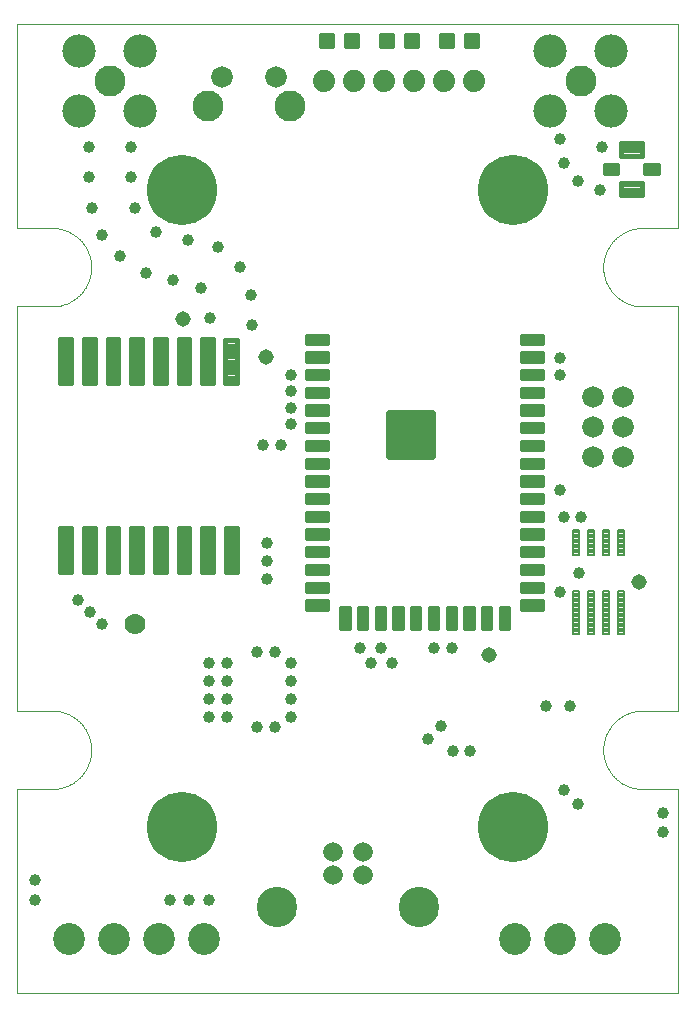
<source format=gts>
G75*
%MOIN*%
%OFA0B0*%
%FSLAX25Y25*%
%IPPOS*%
%LPD*%
%AMOC8*
5,1,8,0,0,1.08239X$1,22.5*
%
%ADD10C,0.00000*%
%ADD11C,0.23400*%
%ADD12C,0.13455*%
%ADD13C,0.06557*%
%ADD14C,0.01183*%
%ADD15C,0.01985*%
%ADD16C,0.00829*%
%ADD17C,0.10636*%
%ADD18C,0.10306*%
%ADD19C,0.11093*%
%ADD20C,0.01537*%
%ADD21C,0.01774*%
%ADD22C,0.07200*%
%ADD23C,0.10300*%
%ADD24C,0.07400*%
%ADD25C,0.01301*%
%ADD26C,0.01833*%
%ADD27R,0.15424X0.15424*%
%ADD28C,0.03969*%
%ADD29C,0.05150*%
%ADD30C,0.07000*%
D10*
X0001400Y0025558D02*
X0001400Y0093471D01*
X0013231Y0093471D01*
X0013549Y0093475D01*
X0013867Y0093487D01*
X0014185Y0093506D01*
X0014502Y0093533D01*
X0014819Y0093568D01*
X0015134Y0093610D01*
X0015448Y0093660D01*
X0015762Y0093718D01*
X0016073Y0093784D01*
X0016383Y0093857D01*
X0016691Y0093937D01*
X0016997Y0094025D01*
X0017300Y0094121D01*
X0017602Y0094223D01*
X0017900Y0094333D01*
X0018196Y0094451D01*
X0018489Y0094575D01*
X0018779Y0094707D01*
X0019066Y0094845D01*
X0019349Y0094991D01*
X0019628Y0095143D01*
X0019904Y0095303D01*
X0020176Y0095468D01*
X0020443Y0095641D01*
X0020706Y0095820D01*
X0020965Y0096005D01*
X0021220Y0096196D01*
X0021469Y0096394D01*
X0021714Y0096598D01*
X0021954Y0096807D01*
X0022188Y0097022D01*
X0022417Y0097243D01*
X0022641Y0097470D01*
X0022859Y0097702D01*
X0023071Y0097939D01*
X0023278Y0098181D01*
X0023479Y0098428D01*
X0023673Y0098680D01*
X0023862Y0098937D01*
X0024044Y0099198D01*
X0024219Y0099463D01*
X0024388Y0099733D01*
X0024551Y0100007D01*
X0024707Y0100284D01*
X0024856Y0100565D01*
X0024998Y0100850D01*
X0025133Y0101138D01*
X0025261Y0101430D01*
X0025382Y0101724D01*
X0025495Y0102022D01*
X0025602Y0102322D01*
X0025701Y0102624D01*
X0025793Y0102929D01*
X0025877Y0103236D01*
X0025954Y0103545D01*
X0026023Y0103856D01*
X0026085Y0104168D01*
X0026139Y0104482D01*
X0026185Y0104796D01*
X0026224Y0105112D01*
X0026255Y0105429D01*
X0026278Y0105747D01*
X0026293Y0106065D01*
X0026301Y0106383D01*
X0026301Y0106701D01*
X0026293Y0107019D01*
X0026278Y0107337D01*
X0026255Y0107655D01*
X0026224Y0107972D01*
X0026185Y0108288D01*
X0026139Y0108602D01*
X0026085Y0108916D01*
X0026023Y0109228D01*
X0025954Y0109539D01*
X0025877Y0109848D01*
X0025793Y0110155D01*
X0025701Y0110460D01*
X0025602Y0110762D01*
X0025495Y0111062D01*
X0025382Y0111360D01*
X0025261Y0111654D01*
X0025133Y0111946D01*
X0024998Y0112234D01*
X0024856Y0112519D01*
X0024707Y0112800D01*
X0024551Y0113078D01*
X0024388Y0113351D01*
X0024219Y0113621D01*
X0024044Y0113886D01*
X0023862Y0114147D01*
X0023673Y0114404D01*
X0023479Y0114656D01*
X0023278Y0114903D01*
X0023071Y0115145D01*
X0022859Y0115382D01*
X0022641Y0115614D01*
X0022417Y0115841D01*
X0022188Y0116062D01*
X0021954Y0116277D01*
X0021714Y0116486D01*
X0021469Y0116690D01*
X0021220Y0116888D01*
X0020965Y0117079D01*
X0020706Y0117264D01*
X0020443Y0117443D01*
X0020176Y0117616D01*
X0019904Y0117781D01*
X0019628Y0117941D01*
X0019349Y0118093D01*
X0019066Y0118239D01*
X0018779Y0118377D01*
X0018489Y0118509D01*
X0018196Y0118633D01*
X0017900Y0118751D01*
X0017602Y0118861D01*
X0017300Y0118963D01*
X0016997Y0119059D01*
X0016691Y0119147D01*
X0016383Y0119227D01*
X0016073Y0119300D01*
X0015762Y0119366D01*
X0015448Y0119424D01*
X0015134Y0119474D01*
X0014819Y0119516D01*
X0014502Y0119551D01*
X0014185Y0119578D01*
X0013867Y0119597D01*
X0013549Y0119609D01*
X0013231Y0119613D01*
X0001400Y0119613D01*
X0001400Y0254337D01*
X0013231Y0254337D01*
X0013549Y0254341D01*
X0013867Y0254353D01*
X0014185Y0254372D01*
X0014502Y0254399D01*
X0014819Y0254434D01*
X0015134Y0254476D01*
X0015448Y0254526D01*
X0015762Y0254584D01*
X0016073Y0254650D01*
X0016383Y0254723D01*
X0016691Y0254803D01*
X0016997Y0254891D01*
X0017300Y0254987D01*
X0017602Y0255089D01*
X0017900Y0255199D01*
X0018196Y0255317D01*
X0018489Y0255441D01*
X0018779Y0255573D01*
X0019066Y0255711D01*
X0019349Y0255857D01*
X0019628Y0256009D01*
X0019904Y0256169D01*
X0020176Y0256334D01*
X0020443Y0256507D01*
X0020706Y0256686D01*
X0020965Y0256871D01*
X0021220Y0257062D01*
X0021469Y0257260D01*
X0021714Y0257464D01*
X0021954Y0257673D01*
X0022188Y0257888D01*
X0022417Y0258109D01*
X0022641Y0258336D01*
X0022859Y0258568D01*
X0023071Y0258805D01*
X0023278Y0259047D01*
X0023479Y0259294D01*
X0023673Y0259546D01*
X0023862Y0259803D01*
X0024044Y0260064D01*
X0024219Y0260329D01*
X0024388Y0260599D01*
X0024551Y0260873D01*
X0024707Y0261150D01*
X0024856Y0261431D01*
X0024998Y0261716D01*
X0025133Y0262004D01*
X0025261Y0262296D01*
X0025382Y0262590D01*
X0025495Y0262888D01*
X0025602Y0263188D01*
X0025701Y0263490D01*
X0025793Y0263795D01*
X0025877Y0264102D01*
X0025954Y0264411D01*
X0026023Y0264722D01*
X0026085Y0265034D01*
X0026139Y0265348D01*
X0026185Y0265662D01*
X0026224Y0265978D01*
X0026255Y0266295D01*
X0026278Y0266613D01*
X0026293Y0266931D01*
X0026301Y0267249D01*
X0026301Y0267567D01*
X0026293Y0267885D01*
X0026278Y0268203D01*
X0026255Y0268521D01*
X0026224Y0268838D01*
X0026185Y0269154D01*
X0026139Y0269468D01*
X0026085Y0269782D01*
X0026023Y0270094D01*
X0025954Y0270405D01*
X0025877Y0270714D01*
X0025793Y0271021D01*
X0025701Y0271326D01*
X0025602Y0271628D01*
X0025495Y0271928D01*
X0025382Y0272226D01*
X0025261Y0272520D01*
X0025133Y0272812D01*
X0024998Y0273100D01*
X0024856Y0273385D01*
X0024707Y0273666D01*
X0024551Y0273944D01*
X0024388Y0274217D01*
X0024219Y0274487D01*
X0024044Y0274752D01*
X0023862Y0275013D01*
X0023673Y0275270D01*
X0023479Y0275522D01*
X0023278Y0275769D01*
X0023071Y0276011D01*
X0022859Y0276248D01*
X0022641Y0276480D01*
X0022417Y0276707D01*
X0022188Y0276928D01*
X0021954Y0277143D01*
X0021714Y0277352D01*
X0021469Y0277556D01*
X0021220Y0277754D01*
X0020965Y0277945D01*
X0020706Y0278130D01*
X0020443Y0278309D01*
X0020176Y0278482D01*
X0019904Y0278647D01*
X0019628Y0278807D01*
X0019349Y0278959D01*
X0019066Y0279105D01*
X0018779Y0279243D01*
X0018489Y0279375D01*
X0018196Y0279499D01*
X0017900Y0279617D01*
X0017602Y0279727D01*
X0017300Y0279829D01*
X0016997Y0279925D01*
X0016691Y0280013D01*
X0016383Y0280093D01*
X0016073Y0280166D01*
X0015762Y0280232D01*
X0015448Y0280290D01*
X0015134Y0280340D01*
X0014819Y0280382D01*
X0014502Y0280417D01*
X0014185Y0280444D01*
X0013867Y0280463D01*
X0013549Y0280475D01*
X0013231Y0280479D01*
X0001400Y0280479D01*
X0001400Y0348392D01*
X0221872Y0348392D01*
X0221872Y0280479D01*
X0210042Y0280479D01*
X0209724Y0280475D01*
X0209406Y0280463D01*
X0209088Y0280444D01*
X0208771Y0280417D01*
X0208454Y0280382D01*
X0208139Y0280340D01*
X0207825Y0280290D01*
X0207511Y0280232D01*
X0207200Y0280166D01*
X0206890Y0280093D01*
X0206582Y0280013D01*
X0206276Y0279925D01*
X0205973Y0279829D01*
X0205671Y0279727D01*
X0205373Y0279617D01*
X0205077Y0279499D01*
X0204784Y0279375D01*
X0204494Y0279243D01*
X0204207Y0279105D01*
X0203924Y0278959D01*
X0203645Y0278807D01*
X0203369Y0278647D01*
X0203097Y0278482D01*
X0202830Y0278309D01*
X0202567Y0278130D01*
X0202308Y0277945D01*
X0202053Y0277754D01*
X0201804Y0277556D01*
X0201559Y0277352D01*
X0201319Y0277143D01*
X0201085Y0276928D01*
X0200856Y0276707D01*
X0200632Y0276480D01*
X0200414Y0276248D01*
X0200202Y0276011D01*
X0199995Y0275769D01*
X0199794Y0275522D01*
X0199600Y0275270D01*
X0199411Y0275013D01*
X0199229Y0274752D01*
X0199054Y0274487D01*
X0198885Y0274217D01*
X0198722Y0273944D01*
X0198566Y0273666D01*
X0198417Y0273385D01*
X0198275Y0273100D01*
X0198140Y0272812D01*
X0198012Y0272520D01*
X0197891Y0272226D01*
X0197778Y0271928D01*
X0197671Y0271628D01*
X0197572Y0271326D01*
X0197480Y0271021D01*
X0197396Y0270714D01*
X0197319Y0270405D01*
X0197250Y0270094D01*
X0197188Y0269782D01*
X0197134Y0269468D01*
X0197088Y0269154D01*
X0197049Y0268838D01*
X0197018Y0268521D01*
X0196995Y0268203D01*
X0196980Y0267885D01*
X0196972Y0267567D01*
X0196972Y0267249D01*
X0196980Y0266931D01*
X0196995Y0266613D01*
X0197018Y0266295D01*
X0197049Y0265978D01*
X0197088Y0265662D01*
X0197134Y0265348D01*
X0197188Y0265034D01*
X0197250Y0264722D01*
X0197319Y0264411D01*
X0197396Y0264102D01*
X0197480Y0263795D01*
X0197572Y0263490D01*
X0197671Y0263188D01*
X0197778Y0262888D01*
X0197891Y0262590D01*
X0198012Y0262296D01*
X0198140Y0262004D01*
X0198275Y0261716D01*
X0198417Y0261431D01*
X0198566Y0261150D01*
X0198722Y0260872D01*
X0198885Y0260599D01*
X0199054Y0260329D01*
X0199229Y0260064D01*
X0199411Y0259803D01*
X0199600Y0259546D01*
X0199794Y0259294D01*
X0199995Y0259047D01*
X0200202Y0258805D01*
X0200414Y0258568D01*
X0200632Y0258336D01*
X0200856Y0258109D01*
X0201085Y0257888D01*
X0201319Y0257673D01*
X0201559Y0257464D01*
X0201804Y0257260D01*
X0202053Y0257062D01*
X0202308Y0256871D01*
X0202567Y0256686D01*
X0202830Y0256507D01*
X0203097Y0256334D01*
X0203369Y0256169D01*
X0203645Y0256009D01*
X0203924Y0255857D01*
X0204207Y0255711D01*
X0204494Y0255573D01*
X0204784Y0255441D01*
X0205077Y0255317D01*
X0205373Y0255199D01*
X0205671Y0255089D01*
X0205973Y0254987D01*
X0206276Y0254891D01*
X0206582Y0254803D01*
X0206890Y0254723D01*
X0207200Y0254650D01*
X0207511Y0254584D01*
X0207825Y0254526D01*
X0208139Y0254476D01*
X0208454Y0254434D01*
X0208771Y0254399D01*
X0209088Y0254372D01*
X0209406Y0254353D01*
X0209724Y0254341D01*
X0210042Y0254337D01*
X0221872Y0254337D01*
X0221872Y0119613D01*
X0210042Y0119613D01*
X0209724Y0119609D01*
X0209406Y0119597D01*
X0209088Y0119578D01*
X0208771Y0119551D01*
X0208454Y0119516D01*
X0208139Y0119474D01*
X0207825Y0119424D01*
X0207511Y0119366D01*
X0207200Y0119300D01*
X0206890Y0119227D01*
X0206582Y0119147D01*
X0206276Y0119059D01*
X0205973Y0118963D01*
X0205671Y0118861D01*
X0205373Y0118751D01*
X0205077Y0118633D01*
X0204784Y0118509D01*
X0204494Y0118377D01*
X0204207Y0118239D01*
X0203924Y0118093D01*
X0203645Y0117941D01*
X0203369Y0117781D01*
X0203097Y0117616D01*
X0202830Y0117443D01*
X0202567Y0117264D01*
X0202308Y0117079D01*
X0202053Y0116888D01*
X0201804Y0116690D01*
X0201559Y0116486D01*
X0201319Y0116277D01*
X0201085Y0116062D01*
X0200856Y0115841D01*
X0200632Y0115614D01*
X0200414Y0115382D01*
X0200202Y0115145D01*
X0199995Y0114903D01*
X0199794Y0114656D01*
X0199600Y0114404D01*
X0199411Y0114147D01*
X0199229Y0113886D01*
X0199054Y0113621D01*
X0198885Y0113351D01*
X0198722Y0113077D01*
X0198566Y0112800D01*
X0198417Y0112519D01*
X0198275Y0112234D01*
X0198140Y0111946D01*
X0198012Y0111654D01*
X0197891Y0111360D01*
X0197778Y0111062D01*
X0197671Y0110762D01*
X0197572Y0110460D01*
X0197480Y0110155D01*
X0197396Y0109848D01*
X0197319Y0109539D01*
X0197250Y0109228D01*
X0197188Y0108916D01*
X0197134Y0108602D01*
X0197088Y0108288D01*
X0197049Y0107972D01*
X0197018Y0107655D01*
X0196995Y0107337D01*
X0196980Y0107019D01*
X0196972Y0106701D01*
X0196972Y0106383D01*
X0196980Y0106065D01*
X0196995Y0105747D01*
X0197018Y0105429D01*
X0197049Y0105112D01*
X0197088Y0104796D01*
X0197134Y0104482D01*
X0197188Y0104168D01*
X0197250Y0103856D01*
X0197319Y0103545D01*
X0197396Y0103236D01*
X0197480Y0102929D01*
X0197572Y0102624D01*
X0197671Y0102322D01*
X0197778Y0102022D01*
X0197891Y0101724D01*
X0198012Y0101430D01*
X0198140Y0101138D01*
X0198275Y0100850D01*
X0198417Y0100565D01*
X0198566Y0100284D01*
X0198722Y0100006D01*
X0198885Y0099733D01*
X0199054Y0099463D01*
X0199229Y0099198D01*
X0199411Y0098937D01*
X0199600Y0098680D01*
X0199794Y0098428D01*
X0199995Y0098181D01*
X0200202Y0097939D01*
X0200414Y0097702D01*
X0200632Y0097470D01*
X0200856Y0097243D01*
X0201085Y0097022D01*
X0201319Y0096807D01*
X0201559Y0096598D01*
X0201804Y0096394D01*
X0202053Y0096196D01*
X0202308Y0096005D01*
X0202567Y0095820D01*
X0202830Y0095641D01*
X0203097Y0095468D01*
X0203369Y0095303D01*
X0203645Y0095143D01*
X0203924Y0094991D01*
X0204207Y0094845D01*
X0204494Y0094707D01*
X0204784Y0094575D01*
X0205077Y0094451D01*
X0205373Y0094333D01*
X0205671Y0094223D01*
X0205973Y0094121D01*
X0206276Y0094025D01*
X0206582Y0093937D01*
X0206890Y0093857D01*
X0207200Y0093784D01*
X0207511Y0093718D01*
X0207825Y0093660D01*
X0208139Y0093610D01*
X0208454Y0093568D01*
X0208771Y0093533D01*
X0209088Y0093506D01*
X0209406Y0093487D01*
X0209724Y0093475D01*
X0210042Y0093471D01*
X0221872Y0093471D01*
X0221872Y0025558D01*
X0001400Y0025558D01*
D11*
X0056518Y0080676D03*
X0166754Y0080676D03*
X0166754Y0293274D03*
X0056518Y0293274D03*
D12*
X0088199Y0054058D03*
X0135601Y0054058D03*
D13*
X0116821Y0064727D03*
X0116821Y0072601D03*
X0106979Y0072601D03*
X0106979Y0064727D03*
D14*
X0112390Y0146791D02*
X0112390Y0153883D01*
X0112390Y0146791D02*
X0109630Y0146791D01*
X0109630Y0153883D01*
X0112390Y0153883D01*
X0112390Y0147973D02*
X0109630Y0147973D01*
X0109630Y0149155D02*
X0112390Y0149155D01*
X0112390Y0150337D02*
X0109630Y0150337D01*
X0109630Y0151519D02*
X0112390Y0151519D01*
X0112390Y0152701D02*
X0109630Y0152701D01*
X0109630Y0153883D02*
X0112390Y0153883D01*
X0118296Y0153883D02*
X0118296Y0146791D01*
X0115536Y0146791D01*
X0115536Y0153883D01*
X0118296Y0153883D01*
X0118296Y0147973D02*
X0115536Y0147973D01*
X0115536Y0149155D02*
X0118296Y0149155D01*
X0118296Y0150337D02*
X0115536Y0150337D01*
X0115536Y0151519D02*
X0118296Y0151519D01*
X0118296Y0152701D02*
X0115536Y0152701D01*
X0115536Y0153883D02*
X0118296Y0153883D01*
X0124201Y0153883D02*
X0124201Y0146791D01*
X0121441Y0146791D01*
X0121441Y0153883D01*
X0124201Y0153883D01*
X0124201Y0147973D02*
X0121441Y0147973D01*
X0121441Y0149155D02*
X0124201Y0149155D01*
X0124201Y0150337D02*
X0121441Y0150337D01*
X0121441Y0151519D02*
X0124201Y0151519D01*
X0124201Y0152701D02*
X0121441Y0152701D01*
X0121441Y0153883D02*
X0124201Y0153883D01*
X0130107Y0153883D02*
X0130107Y0146791D01*
X0127347Y0146791D01*
X0127347Y0153883D01*
X0130107Y0153883D01*
X0130107Y0147973D02*
X0127347Y0147973D01*
X0127347Y0149155D02*
X0130107Y0149155D01*
X0130107Y0150337D02*
X0127347Y0150337D01*
X0127347Y0151519D02*
X0130107Y0151519D01*
X0130107Y0152701D02*
X0127347Y0152701D01*
X0127347Y0153883D02*
X0130107Y0153883D01*
X0136012Y0153883D02*
X0136012Y0146791D01*
X0133252Y0146791D01*
X0133252Y0153883D01*
X0136012Y0153883D01*
X0136012Y0147973D02*
X0133252Y0147973D01*
X0133252Y0149155D02*
X0136012Y0149155D01*
X0136012Y0150337D02*
X0133252Y0150337D01*
X0133252Y0151519D02*
X0136012Y0151519D01*
X0136012Y0152701D02*
X0133252Y0152701D01*
X0133252Y0153883D02*
X0136012Y0153883D01*
X0141918Y0153883D02*
X0141918Y0146791D01*
X0139158Y0146791D01*
X0139158Y0153883D01*
X0141918Y0153883D01*
X0141918Y0147973D02*
X0139158Y0147973D01*
X0139158Y0149155D02*
X0141918Y0149155D01*
X0141918Y0150337D02*
X0139158Y0150337D01*
X0139158Y0151519D02*
X0141918Y0151519D01*
X0141918Y0152701D02*
X0139158Y0152701D01*
X0139158Y0153883D02*
X0141918Y0153883D01*
X0147823Y0153883D02*
X0147823Y0146791D01*
X0145063Y0146791D01*
X0145063Y0153883D01*
X0147823Y0153883D01*
X0147823Y0147973D02*
X0145063Y0147973D01*
X0145063Y0149155D02*
X0147823Y0149155D01*
X0147823Y0150337D02*
X0145063Y0150337D01*
X0145063Y0151519D02*
X0147823Y0151519D01*
X0147823Y0152701D02*
X0145063Y0152701D01*
X0145063Y0153883D02*
X0147823Y0153883D01*
X0153729Y0153883D02*
X0153729Y0146791D01*
X0150969Y0146791D01*
X0150969Y0153883D01*
X0153729Y0153883D01*
X0153729Y0147973D02*
X0150969Y0147973D01*
X0150969Y0149155D02*
X0153729Y0149155D01*
X0153729Y0150337D02*
X0150969Y0150337D01*
X0150969Y0151519D02*
X0153729Y0151519D01*
X0153729Y0152701D02*
X0150969Y0152701D01*
X0150969Y0153883D02*
X0153729Y0153883D01*
X0159634Y0153883D02*
X0159634Y0146791D01*
X0156874Y0146791D01*
X0156874Y0153883D01*
X0159634Y0153883D01*
X0159634Y0147973D02*
X0156874Y0147973D01*
X0156874Y0149155D02*
X0159634Y0149155D01*
X0159634Y0150337D02*
X0156874Y0150337D01*
X0156874Y0151519D02*
X0159634Y0151519D01*
X0159634Y0152701D02*
X0156874Y0152701D01*
X0156874Y0153883D02*
X0159634Y0153883D01*
X0165540Y0153883D02*
X0165540Y0146791D01*
X0162780Y0146791D01*
X0162780Y0153883D01*
X0165540Y0153883D01*
X0165540Y0147973D02*
X0162780Y0147973D01*
X0162780Y0149155D02*
X0165540Y0149155D01*
X0165540Y0150337D02*
X0162780Y0150337D01*
X0162780Y0151519D02*
X0165540Y0151519D01*
X0165540Y0152701D02*
X0162780Y0152701D01*
X0162780Y0153883D02*
X0165540Y0153883D01*
X0169866Y0153288D02*
X0176958Y0153288D01*
X0169866Y0153288D02*
X0169866Y0156048D01*
X0176958Y0156048D01*
X0176958Y0153288D01*
X0176958Y0154470D02*
X0169866Y0154470D01*
X0169866Y0155652D02*
X0176958Y0155652D01*
X0176958Y0159193D02*
X0169866Y0159193D01*
X0169866Y0161953D01*
X0176958Y0161953D01*
X0176958Y0159193D01*
X0176958Y0160375D02*
X0169866Y0160375D01*
X0169866Y0161557D02*
X0176958Y0161557D01*
X0176958Y0165099D02*
X0169866Y0165099D01*
X0169866Y0167859D01*
X0176958Y0167859D01*
X0176958Y0165099D01*
X0176958Y0166281D02*
X0169866Y0166281D01*
X0169866Y0167463D02*
X0176958Y0167463D01*
X0176958Y0171005D02*
X0169866Y0171005D01*
X0169866Y0173765D01*
X0176958Y0173765D01*
X0176958Y0171005D01*
X0176958Y0172187D02*
X0169866Y0172187D01*
X0169866Y0173369D02*
X0176958Y0173369D01*
X0176958Y0176910D02*
X0169866Y0176910D01*
X0169866Y0179670D01*
X0176958Y0179670D01*
X0176958Y0176910D01*
X0176958Y0178092D02*
X0169866Y0178092D01*
X0169866Y0179274D02*
X0176958Y0179274D01*
X0176958Y0182816D02*
X0169866Y0182816D01*
X0169866Y0185576D01*
X0176958Y0185576D01*
X0176958Y0182816D01*
X0176958Y0183998D02*
X0169866Y0183998D01*
X0169866Y0185180D02*
X0176958Y0185180D01*
X0176958Y0188721D02*
X0169866Y0188721D01*
X0169866Y0191481D01*
X0176958Y0191481D01*
X0176958Y0188721D01*
X0176958Y0189903D02*
X0169866Y0189903D01*
X0169866Y0191085D02*
X0176958Y0191085D01*
X0176958Y0194627D02*
X0169866Y0194627D01*
X0169866Y0197387D01*
X0176958Y0197387D01*
X0176958Y0194627D01*
X0176958Y0195809D02*
X0169866Y0195809D01*
X0169866Y0196991D02*
X0176958Y0196991D01*
X0176958Y0200532D02*
X0169866Y0200532D01*
X0169866Y0203292D01*
X0176958Y0203292D01*
X0176958Y0200532D01*
X0176958Y0201714D02*
X0169866Y0201714D01*
X0169866Y0202896D02*
X0176958Y0202896D01*
X0176958Y0206438D02*
X0169866Y0206438D01*
X0169866Y0209198D01*
X0176958Y0209198D01*
X0176958Y0206438D01*
X0176958Y0207620D02*
X0169866Y0207620D01*
X0169866Y0208802D02*
X0176958Y0208802D01*
X0176958Y0212343D02*
X0169866Y0212343D01*
X0169866Y0215103D01*
X0176958Y0215103D01*
X0176958Y0212343D01*
X0176958Y0213525D02*
X0169866Y0213525D01*
X0169866Y0214707D02*
X0176958Y0214707D01*
X0176958Y0218249D02*
X0169866Y0218249D01*
X0169866Y0221009D01*
X0176958Y0221009D01*
X0176958Y0218249D01*
X0176958Y0219431D02*
X0169866Y0219431D01*
X0169866Y0220613D02*
X0176958Y0220613D01*
X0176958Y0224154D02*
X0169866Y0224154D01*
X0169866Y0226914D01*
X0176958Y0226914D01*
X0176958Y0224154D01*
X0176958Y0225336D02*
X0169866Y0225336D01*
X0169866Y0226518D02*
X0176958Y0226518D01*
X0176958Y0230060D02*
X0169866Y0230060D01*
X0169866Y0232820D01*
X0176958Y0232820D01*
X0176958Y0230060D01*
X0176958Y0231242D02*
X0169866Y0231242D01*
X0169866Y0232424D02*
X0176958Y0232424D01*
X0176958Y0235965D02*
X0169866Y0235965D01*
X0169866Y0238725D01*
X0176958Y0238725D01*
X0176958Y0235965D01*
X0176958Y0237147D02*
X0169866Y0237147D01*
X0169866Y0238329D02*
X0176958Y0238329D01*
X0176958Y0241871D02*
X0169866Y0241871D01*
X0169866Y0244631D01*
X0176958Y0244631D01*
X0176958Y0241871D01*
X0176958Y0243053D02*
X0169866Y0243053D01*
X0169866Y0244235D02*
X0176958Y0244235D01*
X0105304Y0241871D02*
X0098212Y0241871D01*
X0098212Y0244631D01*
X0105304Y0244631D01*
X0105304Y0241871D01*
X0105304Y0243053D02*
X0098212Y0243053D01*
X0098212Y0244235D02*
X0105304Y0244235D01*
X0105304Y0235965D02*
X0098212Y0235965D01*
X0098212Y0238725D01*
X0105304Y0238725D01*
X0105304Y0235965D01*
X0105304Y0237147D02*
X0098212Y0237147D01*
X0098212Y0238329D02*
X0105304Y0238329D01*
X0105304Y0230060D02*
X0098212Y0230060D01*
X0098212Y0232820D01*
X0105304Y0232820D01*
X0105304Y0230060D01*
X0105304Y0231242D02*
X0098212Y0231242D01*
X0098212Y0232424D02*
X0105304Y0232424D01*
X0105304Y0224154D02*
X0098212Y0224154D01*
X0098212Y0226914D01*
X0105304Y0226914D01*
X0105304Y0224154D01*
X0105304Y0225336D02*
X0098212Y0225336D01*
X0098212Y0226518D02*
X0105304Y0226518D01*
X0105304Y0218249D02*
X0098212Y0218249D01*
X0098212Y0221009D01*
X0105304Y0221009D01*
X0105304Y0218249D01*
X0105304Y0219431D02*
X0098212Y0219431D01*
X0098212Y0220613D02*
X0105304Y0220613D01*
X0105304Y0212343D02*
X0098212Y0212343D01*
X0098212Y0215103D01*
X0105304Y0215103D01*
X0105304Y0212343D01*
X0105304Y0213525D02*
X0098212Y0213525D01*
X0098212Y0214707D02*
X0105304Y0214707D01*
X0105304Y0206438D02*
X0098212Y0206438D01*
X0098212Y0209198D01*
X0105304Y0209198D01*
X0105304Y0206438D01*
X0105304Y0207620D02*
X0098212Y0207620D01*
X0098212Y0208802D02*
X0105304Y0208802D01*
X0105304Y0200532D02*
X0098212Y0200532D01*
X0098212Y0203292D01*
X0105304Y0203292D01*
X0105304Y0200532D01*
X0105304Y0201714D02*
X0098212Y0201714D01*
X0098212Y0202896D02*
X0105304Y0202896D01*
X0105304Y0194627D02*
X0098212Y0194627D01*
X0098212Y0197387D01*
X0105304Y0197387D01*
X0105304Y0194627D01*
X0105304Y0195809D02*
X0098212Y0195809D01*
X0098212Y0196991D02*
X0105304Y0196991D01*
X0105304Y0188721D02*
X0098212Y0188721D01*
X0098212Y0191481D01*
X0105304Y0191481D01*
X0105304Y0188721D01*
X0105304Y0189903D02*
X0098212Y0189903D01*
X0098212Y0191085D02*
X0105304Y0191085D01*
X0105304Y0182816D02*
X0098212Y0182816D01*
X0098212Y0185576D01*
X0105304Y0185576D01*
X0105304Y0182816D01*
X0105304Y0183998D02*
X0098212Y0183998D01*
X0098212Y0185180D02*
X0105304Y0185180D01*
X0105304Y0176910D02*
X0098212Y0176910D01*
X0098212Y0179670D01*
X0105304Y0179670D01*
X0105304Y0176910D01*
X0105304Y0178092D02*
X0098212Y0178092D01*
X0098212Y0179274D02*
X0105304Y0179274D01*
X0105304Y0171005D02*
X0098212Y0171005D01*
X0098212Y0173765D01*
X0105304Y0173765D01*
X0105304Y0171005D01*
X0105304Y0172187D02*
X0098212Y0172187D01*
X0098212Y0173369D02*
X0105304Y0173369D01*
X0105304Y0165099D02*
X0098212Y0165099D01*
X0098212Y0167859D01*
X0105304Y0167859D01*
X0105304Y0165099D01*
X0105304Y0166281D02*
X0098212Y0166281D01*
X0098212Y0167463D02*
X0105304Y0167463D01*
X0105304Y0159193D02*
X0098212Y0159193D01*
X0098212Y0161953D01*
X0105304Y0161953D01*
X0105304Y0159193D01*
X0105304Y0160375D02*
X0098212Y0160375D01*
X0098212Y0161557D02*
X0105304Y0161557D01*
X0105304Y0153288D02*
X0098212Y0153288D01*
X0098212Y0156048D01*
X0105304Y0156048D01*
X0105304Y0153288D01*
X0105304Y0154470D02*
X0098212Y0154470D01*
X0098212Y0155652D02*
X0105304Y0155652D01*
D15*
X0125621Y0204279D02*
X0140179Y0204279D01*
X0125621Y0204279D02*
X0125621Y0218837D01*
X0140179Y0218837D01*
X0140179Y0204279D01*
X0140179Y0206263D02*
X0125621Y0206263D01*
X0125621Y0208247D02*
X0140179Y0208247D01*
X0140179Y0210231D02*
X0125621Y0210231D01*
X0125621Y0212215D02*
X0140179Y0212215D01*
X0140179Y0214199D02*
X0125621Y0214199D01*
X0125621Y0216183D02*
X0140179Y0216183D01*
X0140179Y0218167D02*
X0125621Y0218167D01*
D16*
X0186933Y0179784D02*
X0188867Y0179784D01*
X0188867Y0171552D01*
X0186933Y0171552D01*
X0186933Y0179784D01*
X0186933Y0172380D02*
X0188867Y0172380D01*
X0188867Y0173208D02*
X0186933Y0173208D01*
X0186933Y0174036D02*
X0188867Y0174036D01*
X0188867Y0174864D02*
X0186933Y0174864D01*
X0186933Y0175692D02*
X0188867Y0175692D01*
X0188867Y0176520D02*
X0186933Y0176520D01*
X0186933Y0177348D02*
X0188867Y0177348D01*
X0188867Y0178176D02*
X0186933Y0178176D01*
X0186933Y0179004D02*
X0188867Y0179004D01*
X0191933Y0179784D02*
X0193867Y0179784D01*
X0193867Y0171552D01*
X0191933Y0171552D01*
X0191933Y0179784D01*
X0191933Y0172380D02*
X0193867Y0172380D01*
X0193867Y0173208D02*
X0191933Y0173208D01*
X0191933Y0174036D02*
X0193867Y0174036D01*
X0193867Y0174864D02*
X0191933Y0174864D01*
X0191933Y0175692D02*
X0193867Y0175692D01*
X0193867Y0176520D02*
X0191933Y0176520D01*
X0191933Y0177348D02*
X0193867Y0177348D01*
X0193867Y0178176D02*
X0191933Y0178176D01*
X0191933Y0179004D02*
X0193867Y0179004D01*
X0196933Y0179784D02*
X0198867Y0179784D01*
X0198867Y0171552D01*
X0196933Y0171552D01*
X0196933Y0179784D01*
X0196933Y0172380D02*
X0198867Y0172380D01*
X0198867Y0173208D02*
X0196933Y0173208D01*
X0196933Y0174036D02*
X0198867Y0174036D01*
X0198867Y0174864D02*
X0196933Y0174864D01*
X0196933Y0175692D02*
X0198867Y0175692D01*
X0198867Y0176520D02*
X0196933Y0176520D01*
X0196933Y0177348D02*
X0198867Y0177348D01*
X0198867Y0178176D02*
X0196933Y0178176D01*
X0196933Y0179004D02*
X0198867Y0179004D01*
X0201933Y0179784D02*
X0203867Y0179784D01*
X0203867Y0171552D01*
X0201933Y0171552D01*
X0201933Y0179784D01*
X0201933Y0172380D02*
X0203867Y0172380D01*
X0203867Y0173208D02*
X0201933Y0173208D01*
X0201933Y0174036D02*
X0203867Y0174036D01*
X0203867Y0174864D02*
X0201933Y0174864D01*
X0201933Y0175692D02*
X0203867Y0175692D01*
X0203867Y0176520D02*
X0201933Y0176520D01*
X0201933Y0177348D02*
X0203867Y0177348D01*
X0203867Y0178176D02*
X0201933Y0178176D01*
X0201933Y0179004D02*
X0203867Y0179004D01*
X0203867Y0159391D02*
X0201933Y0159391D01*
X0203867Y0159391D02*
X0203867Y0145253D01*
X0201933Y0145253D01*
X0201933Y0159391D01*
X0201933Y0146081D02*
X0203867Y0146081D01*
X0203867Y0146909D02*
X0201933Y0146909D01*
X0201933Y0147737D02*
X0203867Y0147737D01*
X0203867Y0148565D02*
X0201933Y0148565D01*
X0201933Y0149393D02*
X0203867Y0149393D01*
X0203867Y0150221D02*
X0201933Y0150221D01*
X0201933Y0151049D02*
X0203867Y0151049D01*
X0203867Y0151877D02*
X0201933Y0151877D01*
X0201933Y0152705D02*
X0203867Y0152705D01*
X0203867Y0153533D02*
X0201933Y0153533D01*
X0201933Y0154361D02*
X0203867Y0154361D01*
X0203867Y0155189D02*
X0201933Y0155189D01*
X0201933Y0156017D02*
X0203867Y0156017D01*
X0203867Y0156845D02*
X0201933Y0156845D01*
X0201933Y0157673D02*
X0203867Y0157673D01*
X0203867Y0158501D02*
X0201933Y0158501D01*
X0201933Y0159329D02*
X0203867Y0159329D01*
X0198867Y0159391D02*
X0196933Y0159391D01*
X0198867Y0159391D02*
X0198867Y0145253D01*
X0196933Y0145253D01*
X0196933Y0159391D01*
X0196933Y0146081D02*
X0198867Y0146081D01*
X0198867Y0146909D02*
X0196933Y0146909D01*
X0196933Y0147737D02*
X0198867Y0147737D01*
X0198867Y0148565D02*
X0196933Y0148565D01*
X0196933Y0149393D02*
X0198867Y0149393D01*
X0198867Y0150221D02*
X0196933Y0150221D01*
X0196933Y0151049D02*
X0198867Y0151049D01*
X0198867Y0151877D02*
X0196933Y0151877D01*
X0196933Y0152705D02*
X0198867Y0152705D01*
X0198867Y0153533D02*
X0196933Y0153533D01*
X0196933Y0154361D02*
X0198867Y0154361D01*
X0198867Y0155189D02*
X0196933Y0155189D01*
X0196933Y0156017D02*
X0198867Y0156017D01*
X0198867Y0156845D02*
X0196933Y0156845D01*
X0196933Y0157673D02*
X0198867Y0157673D01*
X0198867Y0158501D02*
X0196933Y0158501D01*
X0196933Y0159329D02*
X0198867Y0159329D01*
X0193867Y0159391D02*
X0191933Y0159391D01*
X0193867Y0159391D02*
X0193867Y0145253D01*
X0191933Y0145253D01*
X0191933Y0159391D01*
X0191933Y0146081D02*
X0193867Y0146081D01*
X0193867Y0146909D02*
X0191933Y0146909D01*
X0191933Y0147737D02*
X0193867Y0147737D01*
X0193867Y0148565D02*
X0191933Y0148565D01*
X0191933Y0149393D02*
X0193867Y0149393D01*
X0193867Y0150221D02*
X0191933Y0150221D01*
X0191933Y0151049D02*
X0193867Y0151049D01*
X0193867Y0151877D02*
X0191933Y0151877D01*
X0191933Y0152705D02*
X0193867Y0152705D01*
X0193867Y0153533D02*
X0191933Y0153533D01*
X0191933Y0154361D02*
X0193867Y0154361D01*
X0193867Y0155189D02*
X0191933Y0155189D01*
X0191933Y0156017D02*
X0193867Y0156017D01*
X0193867Y0156845D02*
X0191933Y0156845D01*
X0191933Y0157673D02*
X0193867Y0157673D01*
X0193867Y0158501D02*
X0191933Y0158501D01*
X0191933Y0159329D02*
X0193867Y0159329D01*
X0188867Y0159391D02*
X0186933Y0159391D01*
X0188867Y0159391D02*
X0188867Y0145253D01*
X0186933Y0145253D01*
X0186933Y0159391D01*
X0186933Y0146081D02*
X0188867Y0146081D01*
X0188867Y0146909D02*
X0186933Y0146909D01*
X0186933Y0147737D02*
X0188867Y0147737D01*
X0188867Y0148565D02*
X0186933Y0148565D01*
X0186933Y0149393D02*
X0188867Y0149393D01*
X0188867Y0150221D02*
X0186933Y0150221D01*
X0186933Y0151049D02*
X0188867Y0151049D01*
X0188867Y0151877D02*
X0186933Y0151877D01*
X0186933Y0152705D02*
X0188867Y0152705D01*
X0188867Y0153533D02*
X0186933Y0153533D01*
X0186933Y0154361D02*
X0188867Y0154361D01*
X0188867Y0155189D02*
X0186933Y0155189D01*
X0186933Y0156017D02*
X0188867Y0156017D01*
X0188867Y0156845D02*
X0186933Y0156845D01*
X0186933Y0157673D02*
X0188867Y0157673D01*
X0188867Y0158501D02*
X0186933Y0158501D01*
X0186933Y0159329D02*
X0188867Y0159329D01*
D17*
X0182400Y0043558D03*
X0197400Y0043558D03*
X0167400Y0043558D03*
X0063900Y0043558D03*
X0048900Y0043558D03*
X0033900Y0043558D03*
X0018900Y0043558D03*
D18*
X0032400Y0329558D03*
X0189400Y0329558D03*
D19*
X0179361Y0339597D03*
X0179361Y0319519D03*
X0199439Y0319519D03*
X0199439Y0339597D03*
X0042439Y0339597D03*
X0042439Y0319519D03*
X0022361Y0319519D03*
X0022361Y0339597D03*
D20*
X0023921Y0228748D02*
X0027509Y0228748D01*
X0023921Y0228748D02*
X0023921Y0243360D01*
X0027509Y0243360D01*
X0027509Y0228748D01*
X0027509Y0230284D02*
X0023921Y0230284D01*
X0023921Y0231820D02*
X0027509Y0231820D01*
X0027509Y0233356D02*
X0023921Y0233356D01*
X0023921Y0234892D02*
X0027509Y0234892D01*
X0027509Y0236428D02*
X0023921Y0236428D01*
X0023921Y0237964D02*
X0027509Y0237964D01*
X0027509Y0239500D02*
X0023921Y0239500D01*
X0023921Y0241036D02*
X0027509Y0241036D01*
X0027509Y0242572D02*
X0023921Y0242572D01*
X0019635Y0228748D02*
X0016047Y0228748D01*
X0016047Y0243360D01*
X0019635Y0243360D01*
X0019635Y0228748D01*
X0019635Y0230284D02*
X0016047Y0230284D01*
X0016047Y0231820D02*
X0019635Y0231820D01*
X0019635Y0233356D02*
X0016047Y0233356D01*
X0016047Y0234892D02*
X0019635Y0234892D01*
X0019635Y0236428D02*
X0016047Y0236428D01*
X0016047Y0237964D02*
X0019635Y0237964D01*
X0019635Y0239500D02*
X0016047Y0239500D01*
X0016047Y0241036D02*
X0019635Y0241036D01*
X0019635Y0242572D02*
X0016047Y0242572D01*
X0031795Y0228748D02*
X0035383Y0228748D01*
X0031795Y0228748D02*
X0031795Y0243360D01*
X0035383Y0243360D01*
X0035383Y0228748D01*
X0035383Y0230284D02*
X0031795Y0230284D01*
X0031795Y0231820D02*
X0035383Y0231820D01*
X0035383Y0233356D02*
X0031795Y0233356D01*
X0031795Y0234892D02*
X0035383Y0234892D01*
X0035383Y0236428D02*
X0031795Y0236428D01*
X0031795Y0237964D02*
X0035383Y0237964D01*
X0035383Y0239500D02*
X0031795Y0239500D01*
X0031795Y0241036D02*
X0035383Y0241036D01*
X0035383Y0242572D02*
X0031795Y0242572D01*
X0039669Y0228748D02*
X0043257Y0228748D01*
X0039669Y0228748D02*
X0039669Y0243360D01*
X0043257Y0243360D01*
X0043257Y0228748D01*
X0043257Y0230284D02*
X0039669Y0230284D01*
X0039669Y0231820D02*
X0043257Y0231820D01*
X0043257Y0233356D02*
X0039669Y0233356D01*
X0039669Y0234892D02*
X0043257Y0234892D01*
X0043257Y0236428D02*
X0039669Y0236428D01*
X0039669Y0237964D02*
X0043257Y0237964D01*
X0043257Y0239500D02*
X0039669Y0239500D01*
X0039669Y0241036D02*
X0043257Y0241036D01*
X0043257Y0242572D02*
X0039669Y0242572D01*
X0047543Y0228748D02*
X0051131Y0228748D01*
X0047543Y0228748D02*
X0047543Y0243360D01*
X0051131Y0243360D01*
X0051131Y0228748D01*
X0051131Y0230284D02*
X0047543Y0230284D01*
X0047543Y0231820D02*
X0051131Y0231820D01*
X0051131Y0233356D02*
X0047543Y0233356D01*
X0047543Y0234892D02*
X0051131Y0234892D01*
X0051131Y0236428D02*
X0047543Y0236428D01*
X0047543Y0237964D02*
X0051131Y0237964D01*
X0051131Y0239500D02*
X0047543Y0239500D01*
X0047543Y0241036D02*
X0051131Y0241036D01*
X0051131Y0242572D02*
X0047543Y0242572D01*
X0055417Y0228748D02*
X0059005Y0228748D01*
X0055417Y0228748D02*
X0055417Y0243360D01*
X0059005Y0243360D01*
X0059005Y0228748D01*
X0059005Y0230284D02*
X0055417Y0230284D01*
X0055417Y0231820D02*
X0059005Y0231820D01*
X0059005Y0233356D02*
X0055417Y0233356D01*
X0055417Y0234892D02*
X0059005Y0234892D01*
X0059005Y0236428D02*
X0055417Y0236428D01*
X0055417Y0237964D02*
X0059005Y0237964D01*
X0059005Y0239500D02*
X0055417Y0239500D01*
X0055417Y0241036D02*
X0059005Y0241036D01*
X0059005Y0242572D02*
X0055417Y0242572D01*
X0063291Y0228748D02*
X0066879Y0228748D01*
X0063291Y0228748D02*
X0063291Y0243360D01*
X0066879Y0243360D01*
X0066879Y0228748D01*
X0066879Y0230284D02*
X0063291Y0230284D01*
X0063291Y0231820D02*
X0066879Y0231820D01*
X0066879Y0233356D02*
X0063291Y0233356D01*
X0063291Y0234892D02*
X0066879Y0234892D01*
X0066879Y0236428D02*
X0063291Y0236428D01*
X0063291Y0237964D02*
X0066879Y0237964D01*
X0066879Y0239500D02*
X0063291Y0239500D01*
X0063291Y0241036D02*
X0066879Y0241036D01*
X0066879Y0242572D02*
X0063291Y0242572D01*
X0063291Y0165756D02*
X0066879Y0165756D01*
X0063291Y0165756D02*
X0063291Y0180368D01*
X0066879Y0180368D01*
X0066879Y0165756D01*
X0066879Y0167292D02*
X0063291Y0167292D01*
X0063291Y0168828D02*
X0066879Y0168828D01*
X0066879Y0170364D02*
X0063291Y0170364D01*
X0063291Y0171900D02*
X0066879Y0171900D01*
X0066879Y0173436D02*
X0063291Y0173436D01*
X0063291Y0174972D02*
X0066879Y0174972D01*
X0066879Y0176508D02*
X0063291Y0176508D01*
X0063291Y0178044D02*
X0066879Y0178044D01*
X0066879Y0179580D02*
X0063291Y0179580D01*
X0059005Y0165756D02*
X0055417Y0165756D01*
X0055417Y0180368D01*
X0059005Y0180368D01*
X0059005Y0165756D01*
X0059005Y0167292D02*
X0055417Y0167292D01*
X0055417Y0168828D02*
X0059005Y0168828D01*
X0059005Y0170364D02*
X0055417Y0170364D01*
X0055417Y0171900D02*
X0059005Y0171900D01*
X0059005Y0173436D02*
X0055417Y0173436D01*
X0055417Y0174972D02*
X0059005Y0174972D01*
X0059005Y0176508D02*
X0055417Y0176508D01*
X0055417Y0178044D02*
X0059005Y0178044D01*
X0059005Y0179580D02*
X0055417Y0179580D01*
X0051131Y0165756D02*
X0047543Y0165756D01*
X0047543Y0180368D01*
X0051131Y0180368D01*
X0051131Y0165756D01*
X0051131Y0167292D02*
X0047543Y0167292D01*
X0047543Y0168828D02*
X0051131Y0168828D01*
X0051131Y0170364D02*
X0047543Y0170364D01*
X0047543Y0171900D02*
X0051131Y0171900D01*
X0051131Y0173436D02*
X0047543Y0173436D01*
X0047543Y0174972D02*
X0051131Y0174972D01*
X0051131Y0176508D02*
X0047543Y0176508D01*
X0047543Y0178044D02*
X0051131Y0178044D01*
X0051131Y0179580D02*
X0047543Y0179580D01*
X0043257Y0165756D02*
X0039669Y0165756D01*
X0039669Y0180368D01*
X0043257Y0180368D01*
X0043257Y0165756D01*
X0043257Y0167292D02*
X0039669Y0167292D01*
X0039669Y0168828D02*
X0043257Y0168828D01*
X0043257Y0170364D02*
X0039669Y0170364D01*
X0039669Y0171900D02*
X0043257Y0171900D01*
X0043257Y0173436D02*
X0039669Y0173436D01*
X0039669Y0174972D02*
X0043257Y0174972D01*
X0043257Y0176508D02*
X0039669Y0176508D01*
X0039669Y0178044D02*
X0043257Y0178044D01*
X0043257Y0179580D02*
X0039669Y0179580D01*
X0035383Y0165756D02*
X0031795Y0165756D01*
X0031795Y0180368D01*
X0035383Y0180368D01*
X0035383Y0165756D01*
X0035383Y0167292D02*
X0031795Y0167292D01*
X0031795Y0168828D02*
X0035383Y0168828D01*
X0035383Y0170364D02*
X0031795Y0170364D01*
X0031795Y0171900D02*
X0035383Y0171900D01*
X0035383Y0173436D02*
X0031795Y0173436D01*
X0031795Y0174972D02*
X0035383Y0174972D01*
X0035383Y0176508D02*
X0031795Y0176508D01*
X0031795Y0178044D02*
X0035383Y0178044D01*
X0035383Y0179580D02*
X0031795Y0179580D01*
X0027509Y0165756D02*
X0023921Y0165756D01*
X0023921Y0180368D01*
X0027509Y0180368D01*
X0027509Y0165756D01*
X0027509Y0167292D02*
X0023921Y0167292D01*
X0023921Y0168828D02*
X0027509Y0168828D01*
X0027509Y0170364D02*
X0023921Y0170364D01*
X0023921Y0171900D02*
X0027509Y0171900D01*
X0027509Y0173436D02*
X0023921Y0173436D01*
X0023921Y0174972D02*
X0027509Y0174972D01*
X0027509Y0176508D02*
X0023921Y0176508D01*
X0023921Y0178044D02*
X0027509Y0178044D01*
X0027509Y0179580D02*
X0023921Y0179580D01*
X0019635Y0165756D02*
X0016047Y0165756D01*
X0016047Y0180368D01*
X0019635Y0180368D01*
X0019635Y0165756D01*
X0019635Y0167292D02*
X0016047Y0167292D01*
X0016047Y0168828D02*
X0019635Y0168828D01*
X0019635Y0170364D02*
X0016047Y0170364D01*
X0016047Y0171900D02*
X0019635Y0171900D01*
X0019635Y0173436D02*
X0016047Y0173436D01*
X0016047Y0174972D02*
X0019635Y0174972D01*
X0019635Y0176508D02*
X0016047Y0176508D01*
X0016047Y0178044D02*
X0019635Y0178044D01*
X0019635Y0179580D02*
X0016047Y0179580D01*
X0071165Y0165756D02*
X0074753Y0165756D01*
X0071165Y0165756D02*
X0071165Y0180368D01*
X0074753Y0180368D01*
X0074753Y0165756D01*
X0074753Y0167292D02*
X0071165Y0167292D01*
X0071165Y0168828D02*
X0074753Y0168828D01*
X0074753Y0170364D02*
X0071165Y0170364D01*
X0071165Y0171900D02*
X0074753Y0171900D01*
X0074753Y0173436D02*
X0071165Y0173436D01*
X0071165Y0174972D02*
X0074753Y0174972D01*
X0074753Y0176508D02*
X0071165Y0176508D01*
X0071165Y0178044D02*
X0074753Y0178044D01*
X0074753Y0179580D02*
X0071165Y0179580D01*
X0106560Y0341264D02*
X0106560Y0344852D01*
X0106560Y0341264D02*
X0102972Y0341264D01*
X0102972Y0344852D01*
X0106560Y0344852D01*
X0106560Y0342800D02*
X0102972Y0342800D01*
X0102972Y0344336D02*
X0106560Y0344336D01*
X0114828Y0344852D02*
X0114828Y0341264D01*
X0111240Y0341264D01*
X0111240Y0344852D01*
X0114828Y0344852D01*
X0114828Y0342800D02*
X0111240Y0342800D01*
X0111240Y0344336D02*
X0114828Y0344336D01*
X0126560Y0344852D02*
X0126560Y0341264D01*
X0122972Y0341264D01*
X0122972Y0344852D01*
X0126560Y0344852D01*
X0126560Y0342800D02*
X0122972Y0342800D01*
X0122972Y0344336D02*
X0126560Y0344336D01*
X0134828Y0344852D02*
X0134828Y0341264D01*
X0131240Y0341264D01*
X0131240Y0344852D01*
X0134828Y0344852D01*
X0134828Y0342800D02*
X0131240Y0342800D01*
X0131240Y0344336D02*
X0134828Y0344336D01*
X0146560Y0344852D02*
X0146560Y0341264D01*
X0142972Y0341264D01*
X0142972Y0344852D01*
X0146560Y0344852D01*
X0146560Y0342800D02*
X0142972Y0342800D01*
X0142972Y0344336D02*
X0146560Y0344336D01*
X0154828Y0344852D02*
X0154828Y0341264D01*
X0151240Y0341264D01*
X0151240Y0344852D01*
X0154828Y0344852D01*
X0154828Y0342800D02*
X0151240Y0342800D01*
X0151240Y0344336D02*
X0154828Y0344336D01*
D21*
X0075028Y0228867D02*
X0070890Y0228867D01*
X0070890Y0243241D01*
X0075028Y0243241D01*
X0075028Y0228867D01*
X0075028Y0230640D02*
X0070890Y0230640D01*
X0070890Y0232413D02*
X0075028Y0232413D01*
X0075028Y0234186D02*
X0070890Y0234186D01*
X0070890Y0235959D02*
X0075028Y0235959D01*
X0075028Y0237732D02*
X0070890Y0237732D01*
X0070890Y0239505D02*
X0075028Y0239505D01*
X0075028Y0241278D02*
X0070890Y0241278D01*
X0070890Y0243051D02*
X0075028Y0243051D01*
D22*
X0070000Y0330958D03*
X0087800Y0330958D03*
X0193400Y0224058D03*
X0193400Y0214058D03*
X0193400Y0204058D03*
X0203400Y0204058D03*
X0203400Y0214058D03*
X0203400Y0224058D03*
D23*
X0092700Y0321158D03*
X0065100Y0321158D03*
D24*
X0103900Y0329558D03*
X0113900Y0329558D03*
X0123900Y0329558D03*
X0133900Y0329558D03*
X0143900Y0329558D03*
X0153900Y0329558D03*
D25*
X0197401Y0301576D02*
X0197401Y0298540D01*
X0197401Y0301576D02*
X0202013Y0301576D01*
X0202013Y0298540D01*
X0197401Y0298540D01*
X0197401Y0299840D02*
X0202013Y0299840D01*
X0202013Y0301140D02*
X0197401Y0301140D01*
X0210787Y0301576D02*
X0210787Y0298540D01*
X0210787Y0301576D02*
X0215399Y0301576D01*
X0215399Y0298540D01*
X0210787Y0298540D01*
X0210787Y0299840D02*
X0215399Y0299840D01*
X0215399Y0301140D02*
X0210787Y0301140D01*
D26*
X0202786Y0304514D02*
X0202786Y0308790D01*
X0210014Y0308790D01*
X0210014Y0304514D01*
X0202786Y0304514D01*
X0202786Y0306346D02*
X0210014Y0306346D01*
X0210014Y0308178D02*
X0202786Y0308178D01*
X0202786Y0295601D02*
X0202786Y0291325D01*
X0202786Y0295601D02*
X0210014Y0295601D01*
X0210014Y0291325D01*
X0202786Y0291325D01*
X0202786Y0293157D02*
X0210014Y0293157D01*
X0210014Y0294989D02*
X0202786Y0294989D01*
D27*
X0132900Y0211558D03*
D28*
X0092900Y0215058D03*
X0092900Y0220558D03*
X0092900Y0226058D03*
X0092900Y0231558D03*
X0079900Y0248058D03*
X0079400Y0258058D03*
X0075900Y0267558D03*
X0068400Y0274058D03*
X0058400Y0276558D03*
X0053400Y0263058D03*
X0062900Y0260558D03*
X0065900Y0250558D03*
X0047900Y0279058D03*
X0040900Y0287058D03*
X0039400Y0297558D03*
X0039400Y0307558D03*
X0026400Y0287058D03*
X0029900Y0278058D03*
X0035900Y0271058D03*
X0044400Y0265558D03*
X0025400Y0297558D03*
X0025400Y0307558D03*
X0083400Y0208058D03*
X0089400Y0208058D03*
X0084900Y0175558D03*
X0084900Y0169558D03*
X0084900Y0163558D03*
X0087400Y0139058D03*
X0092900Y0135558D03*
X0092900Y0129558D03*
X0092900Y0123558D03*
X0092900Y0117558D03*
X0087400Y0114058D03*
X0081400Y0114058D03*
X0071400Y0117558D03*
X0071400Y0123558D03*
X0071400Y0129558D03*
X0071400Y0135558D03*
X0065400Y0135558D03*
X0065400Y0129558D03*
X0065400Y0123558D03*
X0065400Y0117558D03*
X0081400Y0139058D03*
X0115900Y0140558D03*
X0119400Y0135558D03*
X0122900Y0140558D03*
X0126400Y0135558D03*
X0138400Y0110058D03*
X0142900Y0114558D03*
X0146900Y0106058D03*
X0152400Y0106058D03*
X0146400Y0140558D03*
X0140400Y0140558D03*
X0177900Y0121058D03*
X0185900Y0121058D03*
X0183900Y0093058D03*
X0188400Y0088558D03*
X0216900Y0085558D03*
X0216900Y0079058D03*
X0182400Y0159058D03*
X0188900Y0165558D03*
X0189400Y0184058D03*
X0183900Y0184058D03*
X0182400Y0193058D03*
X0182400Y0231558D03*
X0182400Y0237058D03*
X0195900Y0293058D03*
X0188400Y0296058D03*
X0183900Y0302058D03*
X0182400Y0310058D03*
X0196400Y0307558D03*
X0065400Y0056558D03*
X0058900Y0056558D03*
X0052400Y0056558D03*
X0007400Y0056558D03*
X0007400Y0063058D03*
X0029900Y0148558D03*
X0025900Y0152558D03*
X0021900Y0156558D03*
D29*
X0056900Y0250058D03*
X0084400Y0237558D03*
X0158900Y0138058D03*
X0208900Y0162558D03*
D30*
X0040900Y0148558D03*
M02*

</source>
